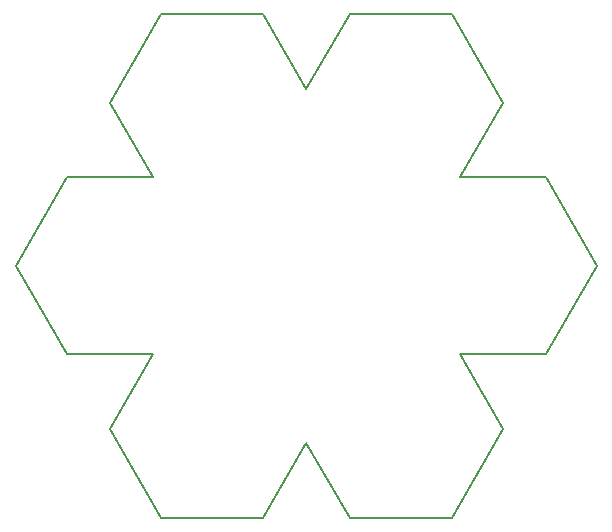
<source format=gm1>
G04 MADE WITH FRITZING*
G04 WWW.FRITZING.ORG*
G04 DOUBLE SIDED*
G04 HOLES PLATED*
G04 CONTOUR ON CENTER OF CONTOUR VECTOR*
%ASAXBY*%
%FSLAX23Y23*%
%MOIN*%
%OFA0B0*%
%SFA1.0B1.0*%
%ADD10C,0.008*%
%LNCONTOUR*%
G90*
G70*
G54D10*
X1770Y1140D02*
X1940Y843D01*
X1770Y550D01*
X1483Y550D01*
X1627Y300D01*
X1457Y3D01*
X1117Y3D01*
X970Y253D01*
X827Y3D01*
X487Y3D01*
X317Y300D01*
X460Y550D01*
X173Y550D01*
X3Y843D01*
X173Y1140D01*
X460Y1140D01*
X317Y1387D01*
X487Y1683D01*
X827Y1683D01*
X970Y1433D01*
X1117Y1683D01*
X1457Y1683D01*
X1627Y1387D01*
X1483Y1140D01*
X1770Y1140D01*
D02*
G04 End of contour*
M02*
</source>
